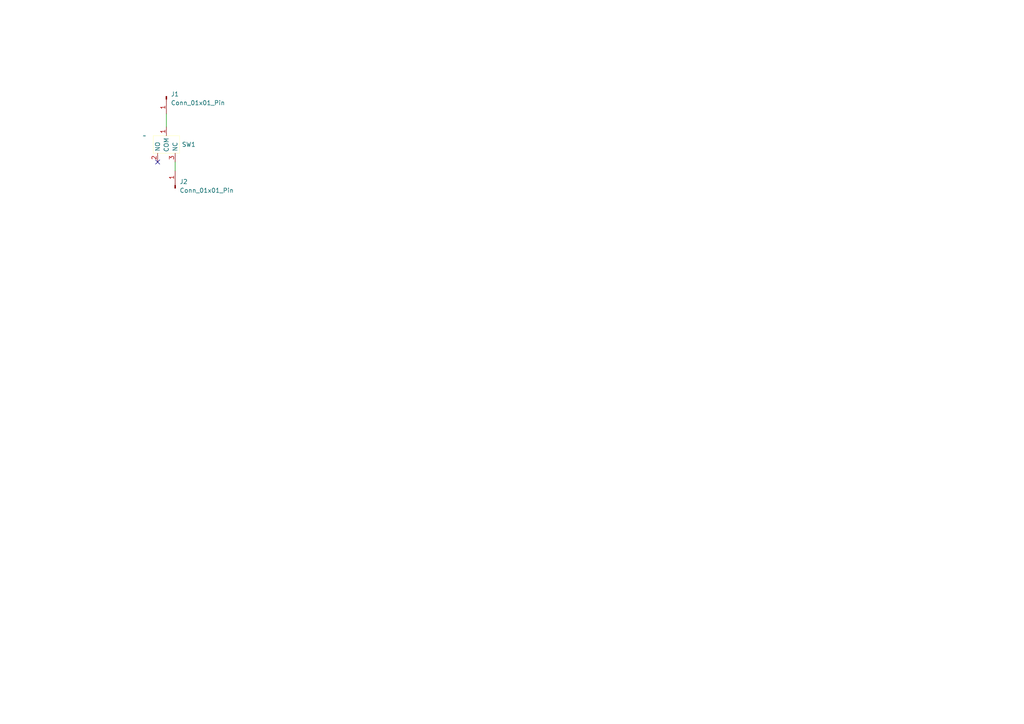
<source format=kicad_sch>
(kicad_sch (version 20230121) (generator eeschema)
  (paper "A4")
  (lib_symbols
    (symbol "Connector:Conn_01x01_Pin" (pin_names (offset 1.016) hide)
      (property "Reference" "J" (at 0 2.54 0))
      (property "Value" "Conn_01x01_Pin" (at 0 -2.54 0))
      (symbol "Conn_01x01_Pin_1_1"
        (polyline (pts (xy 1.27 0) (xy 0.8636 0)) (stroke (width 0.1524)))
        (rectangle (start 0.8636 0.127) (end 0 -0.127) (stroke (width 0.1524)) (fill (type outline)))
        (pin passive line (at 5.08 0 180) (length 3.81) (name "Pin_1") (number "1"))
      )
    )
    (symbol "SS-5G:SS-5G"
      (property "Reference" "SW" (at -6.35 7.62 0))
      (symbol "SS-5G_1_1"
        (rectangle (start -3.81 5.08) (end 3.81 0) (stroke (width 0) (color 255 255 194 1)))
        (pin bidirectional line (at 0 7.62 270) (length 2.54) (name "COM") (number "1"))
        (pin bidirectional line (at -2.54 -2.54 90) (length 2.54) (name "NO") (number "2"))
        (pin bidirectional line (at 2.54 -2.54 90) (length 2.54) (name "NC") (number "3"))
      )
    )
  )
  (no_connect (at 45.72 46.99))
  (wire (pts (xy 50.8 49.53) (xy 50.8 46.99)))
  (wire (pts (xy 48.26 33.02) (xy 48.26 36.83)))
  (symbol (lib_id "Connector:Conn_01x01_Pin") (at 50.8 54.61 90) (unit 1)
    (property "Reference" "J2" (at 52.07 52.705 90) (effects (justify right)))
    (property "Value" "Conn_01x01_Pin" (at 52.07 55.245 90) (effects (justify right)))
    (property "Footprint" "Connector_Wire:SolderWire-0.75sqmm_1x01_D1.25mm_OD3.5mm_Relief" (effects hide))
  )
  (symbol (lib_id "SS-5G:SS-5G") (at 48.26 44.45 0) (unit 1)
    (property "Reference" "SW1" (at 52.705 41.91 0) (effects (justify left)))
    (property "Value" "~" (at 41.91 39.37 0))
    (property "Footprint" "SS-5G:SS-5G" (effects hide))
  )
  (symbol (lib_id "Connector:Conn_01x01_Pin") (at 48.26 27.94 270) (unit 1)
    (property "Reference" "J1" (at 49.53 27.305 90) (effects (justify left)))
    (property "Value" "Conn_01x01_Pin" (at 49.53 29.845 90) (effects (justify left)))
    (property "Footprint" "Connector_Wire:SolderWire-0.75sqmm_1x01_D1.25mm_OD3.5mm_Relief" (effects hide))
  )
)
</source>
